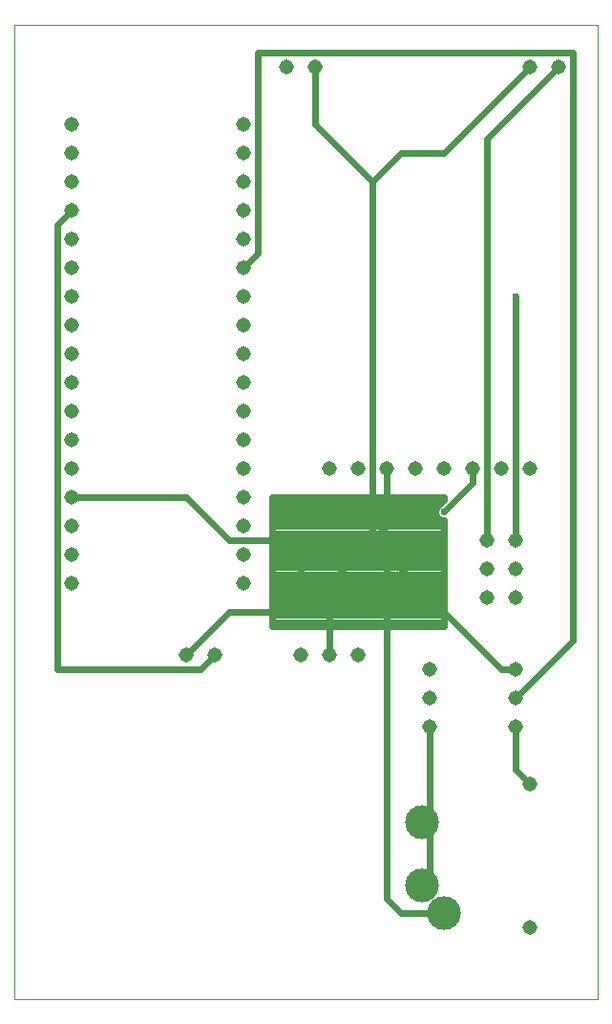
<source format=gtl>
G75*
G70*
%OFA0B0*%
%FSLAX24Y24*%
%IPPOS*%
%LPD*%
%AMOC8*
5,1,8,0,0,1.08239X$1,22.5*
%
%ADD10C,0.0000*%
%ADD11C,0.0515*%
%ADD12C,0.1181*%
%ADD13C,0.0240*%
%ADD14C,0.0240*%
D10*
X000100Y000100D02*
X000100Y034096D01*
X020470Y034096D01*
X020470Y000100D01*
X000100Y000100D01*
D11*
X006100Y012100D03*
X007100Y012100D03*
X008100Y014600D03*
X008100Y015600D03*
X008100Y016600D03*
X008100Y017600D03*
X008100Y018600D03*
X008100Y019600D03*
X008100Y020600D03*
X008100Y021600D03*
X008100Y022600D03*
X008100Y023600D03*
X008100Y024600D03*
X008100Y025600D03*
X008100Y026600D03*
X008100Y027600D03*
X008100Y028600D03*
X008100Y029600D03*
X008100Y030600D03*
X009600Y032600D03*
X010600Y032600D03*
X018100Y032600D03*
X019100Y032600D03*
X018100Y018600D03*
X017100Y018600D03*
X016100Y018600D03*
X015100Y018600D03*
X014100Y018600D03*
X013100Y018600D03*
X012100Y018600D03*
X011100Y018600D03*
X011100Y012100D03*
X010100Y012100D03*
X012100Y012100D03*
X014600Y011600D03*
X014600Y010600D03*
X014600Y009600D03*
X016600Y014100D03*
X016600Y015100D03*
X016600Y016100D03*
X017600Y016100D03*
X017600Y015100D03*
X017600Y014100D03*
X017600Y011600D03*
X017600Y010600D03*
X017600Y009600D03*
X018100Y007600D03*
X018100Y002600D03*
X002100Y014600D03*
X002100Y015600D03*
X002100Y016600D03*
X002100Y017600D03*
X002100Y018600D03*
X002100Y019600D03*
X002100Y020600D03*
X002100Y021600D03*
X002100Y022600D03*
X002100Y023600D03*
X002100Y024600D03*
X002100Y025600D03*
X002100Y026600D03*
X002100Y027600D03*
X002100Y028600D03*
X002100Y029600D03*
X002100Y030600D03*
D12*
X014320Y006270D03*
X014320Y004070D03*
X015100Y003100D03*
D13*
X013600Y003100D01*
X013100Y003600D01*
X013100Y015600D01*
X012600Y016100D01*
X012600Y028600D01*
X013600Y029600D01*
X015100Y029600D01*
X018100Y032600D01*
X019100Y032600D02*
X016600Y030100D01*
X016600Y016100D01*
X017600Y016100D02*
X017600Y024600D01*
X016100Y018600D02*
X016100Y018100D01*
X015100Y017100D01*
X015100Y016800D02*
X015100Y013100D01*
X009100Y013100D01*
X009100Y017600D01*
X015100Y017600D01*
X015100Y017524D01*
X014846Y017270D01*
X014800Y017160D01*
X014800Y017040D01*
X014846Y016930D01*
X014930Y016846D01*
X015040Y016800D01*
X015100Y016800D01*
X014941Y016841D02*
X009100Y016841D01*
X009100Y016603D02*
X015100Y016603D01*
X015100Y016364D02*
X009100Y016364D01*
X009100Y016126D02*
X015100Y016126D01*
X015100Y015887D02*
X009100Y015887D01*
X009100Y015649D02*
X015100Y015649D01*
X015100Y015410D02*
X009100Y015410D01*
X009100Y015172D02*
X015100Y015172D01*
X015100Y014933D02*
X009100Y014933D01*
X009100Y014695D02*
X015100Y014695D01*
X015100Y014456D02*
X009100Y014456D01*
X009100Y014218D02*
X015100Y014218D01*
X015100Y013979D02*
X009100Y013979D01*
X009100Y013741D02*
X015100Y013741D01*
X015100Y013502D02*
X009100Y013502D01*
X009100Y013264D02*
X015100Y013264D01*
X017100Y011600D02*
X013100Y015600D01*
X012600Y016100D02*
X013100Y016600D01*
X013100Y018600D01*
X012600Y016100D02*
X011600Y016100D01*
X011600Y015100D01*
X011100Y014600D01*
X011100Y013600D01*
X010100Y013600D01*
X010100Y016100D01*
X007600Y016100D01*
X006100Y017600D01*
X002100Y017600D01*
X001600Y011600D02*
X001600Y027100D01*
X002100Y027600D01*
X008100Y025600D02*
X008600Y026100D01*
X008600Y033100D01*
X019600Y033100D01*
X019600Y012600D01*
X017600Y010600D01*
X017600Y009600D02*
X017600Y008100D01*
X018100Y007600D01*
X017600Y011600D02*
X017100Y011600D01*
X014600Y009600D02*
X014600Y006600D01*
X014320Y006270D01*
X014600Y006100D01*
X014600Y004100D01*
X014320Y004070D01*
X011100Y012100D02*
X011100Y013600D01*
X011600Y013600D01*
X010100Y013600D02*
X007600Y013600D01*
X006100Y012100D01*
X006600Y011600D02*
X001600Y011600D01*
X006600Y011600D02*
X007100Y012100D01*
X009100Y017080D02*
X014800Y017080D01*
X014894Y017318D02*
X009100Y017318D01*
X009100Y017557D02*
X015100Y017557D01*
X011600Y016100D02*
X010100Y016100D01*
X012600Y028600D02*
X010600Y030600D01*
X010600Y032600D01*
D14*
X017600Y024600D03*
X015100Y017100D03*
M02*

</source>
